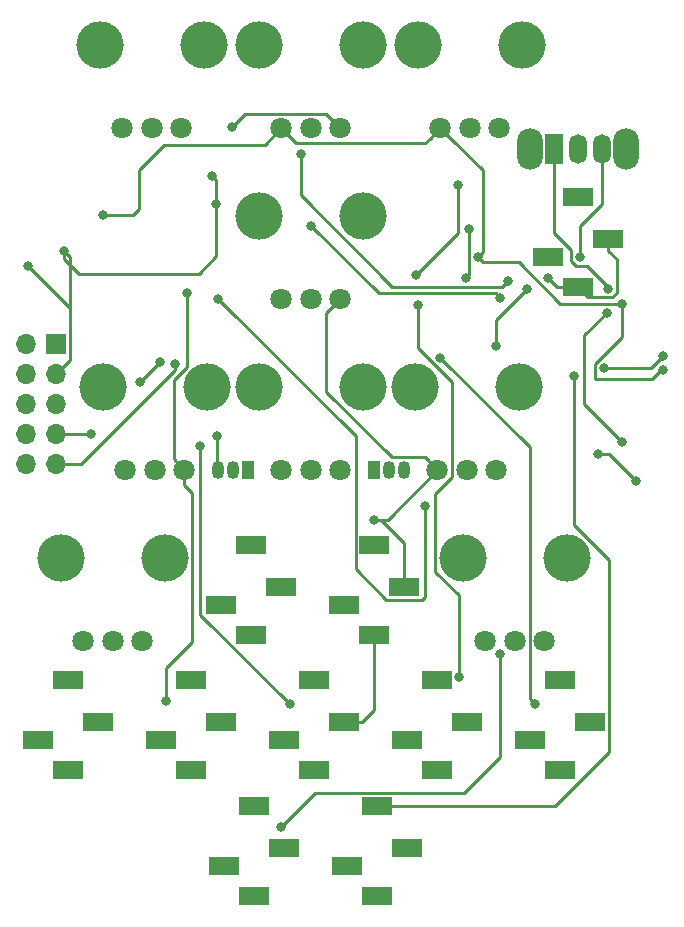
<source format=gbl>
G04 #@! TF.GenerationSoftware,KiCad,Pcbnew,(5.0.2)-1*
G04 #@! TF.CreationDate,2019-02-20T11:37:58+00:00*
G04 #@! TF.ProjectId,vco,76636f2e-6b69-4636-9164-5f7063625858,rev?*
G04 #@! TF.SameCoordinates,Original*
G04 #@! TF.FileFunction,Copper,L2,Bot*
G04 #@! TF.FilePolarity,Positive*
%FSLAX46Y46*%
G04 Gerber Fmt 4.6, Leading zero omitted, Abs format (unit mm)*
G04 Created by KiCad (PCBNEW (5.0.2)-1) date 20/02/2019 11:37:58*
%MOMM*%
%LPD*%
G01*
G04 APERTURE LIST*
G04 #@! TA.AperFunction,ComponentPad*
%ADD10R,2.500000X1.500000*%
G04 #@! TD*
G04 #@! TA.AperFunction,ComponentPad*
%ADD11R,1.700000X1.700000*%
G04 #@! TD*
G04 #@! TA.AperFunction,ComponentPad*
%ADD12O,1.700000X1.700000*%
G04 #@! TD*
G04 #@! TA.AperFunction,ComponentPad*
%ADD13R,1.050000X1.500000*%
G04 #@! TD*
G04 #@! TA.AperFunction,ComponentPad*
%ADD14O,1.050000X1.500000*%
G04 #@! TD*
G04 #@! TA.AperFunction,ComponentPad*
%ADD15R,1.500000X2.500000*%
G04 #@! TD*
G04 #@! TA.AperFunction,ComponentPad*
%ADD16O,1.500000X2.500000*%
G04 #@! TD*
G04 #@! TA.AperFunction,ComponentPad*
%ADD17O,2.200000X3.500000*%
G04 #@! TD*
G04 #@! TA.AperFunction,WasherPad*
%ADD18C,4.000000*%
G04 #@! TD*
G04 #@! TA.AperFunction,ComponentPad*
%ADD19C,1.800000*%
G04 #@! TD*
G04 #@! TA.AperFunction,ViaPad*
%ADD20C,0.800000*%
G04 #@! TD*
G04 #@! TA.AperFunction,Conductor*
%ADD21C,0.250000*%
G04 #@! TD*
G04 APERTURE END LIST*
D10*
G04 #@! TO.P,J1,T*
G04 #@! TO.N,Net-(J1-PadT)*
X140716000Y-106426000D03*
G04 #@! TO.P,J1,R*
G04 #@! TO.N,Net-(J1-PadR)*
X138176000Y-111506000D03*
G04 #@! TO.P,J1,G*
G04 #@! TO.N,GND*
X143256000Y-109982000D03*
G04 #@! TO.P,J1,S*
X140716000Y-114046000D03*
G04 #@! TD*
G04 #@! TO.P,J2,S*
G04 #@! TO.N,GND*
X130302000Y-114046000D03*
G04 #@! TO.P,J2,G*
X132842000Y-109982000D03*
G04 #@! TO.P,J2,R*
G04 #@! TO.N,Net-(J2-PadR)*
X127762000Y-111506000D03*
G04 #@! TO.P,J2,T*
G04 #@! TO.N,Net-(J2-PadT)*
X130302000Y-106426000D03*
G04 #@! TD*
G04 #@! TO.P,J3,T*
G04 #@! TO.N,VPWM*
X140970000Y-128524000D03*
G04 #@! TO.P,J3,R*
G04 #@! TO.N,Net-(J3-PadR)*
X138430000Y-133604000D03*
G04 #@! TO.P,J3,G*
G04 #@! TO.N,GND*
X143510000Y-132080000D03*
G04 #@! TO.P,J3,S*
X140970000Y-136144000D03*
G04 #@! TD*
G04 #@! TO.P,J4,T*
G04 #@! TO.N,Net-(J4-PadT)*
X130556000Y-128524000D03*
G04 #@! TO.P,J4,R*
G04 #@! TO.N,Net-(J4-PadR)*
X128016000Y-133604000D03*
G04 #@! TO.P,J4,G*
G04 #@! TO.N,GND*
X133096000Y-132080000D03*
G04 #@! TO.P,J4,S*
X130556000Y-136144000D03*
G04 #@! TD*
G04 #@! TO.P,J5,S*
G04 #@! TO.N,GND*
X157988000Y-84582000D03*
G04 #@! TO.P,J5,G*
X160528000Y-80518000D03*
G04 #@! TO.P,J5,R*
G04 #@! TO.N,Net-(J5-PadR)*
X155448000Y-82042000D03*
G04 #@! TO.P,J5,T*
G04 #@! TO.N,Net-(C5-Pad1)*
X157988000Y-76962000D03*
G04 #@! TD*
G04 #@! TO.P,J6,S*
G04 #@! TO.N,GND*
X114808000Y-125476000D03*
G04 #@! TO.P,J6,G*
X117348000Y-121412000D03*
G04 #@! TO.P,J6,R*
G04 #@! TO.N,Net-(J6-PadR)*
X112268000Y-122936000D03*
G04 #@! TO.P,J6,T*
G04 #@! TO.N,Net-(J6-PadT)*
X114808000Y-117856000D03*
G04 #@! TD*
G04 #@! TO.P,J7,T*
G04 #@! TO.N,Net-(J7-PadT)*
X125222000Y-117856000D03*
G04 #@! TO.P,J7,R*
G04 #@! TO.N,Net-(J7-PadR)*
X122682000Y-122936000D03*
G04 #@! TO.P,J7,G*
G04 #@! TO.N,GND*
X127762000Y-121412000D03*
G04 #@! TO.P,J7,S*
X125222000Y-125476000D03*
G04 #@! TD*
G04 #@! TO.P,J8,S*
G04 #@! TO.N,GND*
X135636000Y-125476000D03*
G04 #@! TO.P,J8,G*
X138176000Y-121412000D03*
G04 #@! TO.P,J8,R*
G04 #@! TO.N,Net-(J8-PadR)*
X133096000Y-122936000D03*
G04 #@! TO.P,J8,T*
G04 #@! TO.N,Net-(J8-PadT)*
X135636000Y-117856000D03*
G04 #@! TD*
G04 #@! TO.P,J9,T*
G04 #@! TO.N,Net-(J9-PadT)*
X146050000Y-117856000D03*
G04 #@! TO.P,J9,R*
G04 #@! TO.N,Net-(J9-PadR)*
X143510000Y-122936000D03*
G04 #@! TO.P,J9,G*
G04 #@! TO.N,GND*
X148590000Y-121412000D03*
G04 #@! TO.P,J9,S*
X146050000Y-125476000D03*
G04 #@! TD*
G04 #@! TO.P,J10,S*
G04 #@! TO.N,GND*
X156464000Y-125476000D03*
G04 #@! TO.P,J10,G*
X159004000Y-121412000D03*
G04 #@! TO.P,J10,R*
G04 #@! TO.N,Net-(J10-PadR)*
X153924000Y-122936000D03*
G04 #@! TO.P,J10,T*
G04 #@! TO.N,Net-(J10-PadT)*
X156464000Y-117856000D03*
G04 #@! TD*
D11*
G04 #@! TO.P,J11,1*
G04 #@! TO.N,+12V*
X113792000Y-89408000D03*
D12*
G04 #@! TO.P,J11,2*
X111252000Y-89408000D03*
G04 #@! TO.P,J11,3*
G04 #@! TO.N,GND*
X113792000Y-91948000D03*
G04 #@! TO.P,J11,4*
G04 #@! TO.N,Net-(J11-Pad4)*
X111252000Y-91948000D03*
G04 #@! TO.P,J11,5*
G04 #@! TO.N,GND*
X113792000Y-94488000D03*
G04 #@! TO.P,J11,6*
G04 #@! TO.N,Net-(J11-Pad4)*
X111252000Y-94488000D03*
G04 #@! TO.P,J11,7*
G04 #@! TO.N,GND*
X113792000Y-97028000D03*
G04 #@! TO.P,J11,8*
G04 #@! TO.N,Net-(J11-Pad4)*
X111252000Y-97028000D03*
G04 #@! TO.P,J11,9*
G04 #@! TO.N,-12V*
X113792000Y-99568000D03*
G04 #@! TO.P,J11,10*
X111252000Y-99568000D03*
G04 #@! TD*
D13*
G04 #@! TO.P,Q1,1*
G04 #@! TO.N,Net-(Q1-Pad1)*
X140716000Y-100076000D03*
D14*
G04 #@! TO.P,Q1,3*
G04 #@! TO.N,Net-(Q1-Pad3)*
X143256000Y-100076000D03*
G04 #@! TO.P,Q1,2*
G04 #@! TO.N,Net-(Q1-Pad2)*
X141986000Y-100076000D03*
G04 #@! TD*
G04 #@! TO.P,Q2,2*
G04 #@! TO.N,Net-(Q2-Pad2)*
X128778000Y-100076000D03*
G04 #@! TO.P,Q2,3*
G04 #@! TO.N,Net-(Q1-Pad3)*
X127508000Y-100076000D03*
D13*
G04 #@! TO.P,Q2,1*
G04 #@! TO.N,Net-(Q2-Pad1)*
X130048000Y-100076000D03*
G04 #@! TD*
D15*
G04 #@! TO.P,SW1,1*
G04 #@! TO.N,VSSI*
X155956000Y-72898000D03*
D16*
G04 #@! TO.P,SW1,2*
G04 #@! TO.N,Net-(C5-Pad2)*
X157956000Y-72898000D03*
G04 #@! TO.P,SW1,3*
G04 #@! TO.N,VHSI*
X159956000Y-72898000D03*
D17*
G04 #@! TO.P,SW1,*
G04 #@! TO.N,*
X153856000Y-72898000D03*
X162056000Y-72898000D03*
G04 #@! TD*
D18*
G04 #@! TO.P,RV1,*
G04 #@! TO.N,*
X130942000Y-78598000D03*
X139742000Y-78598000D03*
D19*
G04 #@! TO.P,RV1,1*
G04 #@! TO.N,VHFT*
X132842000Y-85598000D03*
G04 #@! TO.P,RV1,2*
G04 #@! TO.N,Net-(R2-Pad2)*
X135342000Y-85598000D03*
G04 #@! TO.P,RV1,3*
G04 #@! TO.N,GND*
X137842000Y-85598000D03*
G04 #@! TD*
G04 #@! TO.P,RV2,3*
G04 #@! TO.N,GND*
X121078000Y-114554000D03*
G04 #@! TO.P,RV2,2*
G04 #@! TO.N,Net-(C2-Pad1)*
X118578000Y-114554000D03*
G04 #@! TO.P,RV2,1*
G04 #@! TO.N,Net-(J2-PadT)*
X116078000Y-114554000D03*
D18*
G04 #@! TO.P,RV2,*
G04 #@! TO.N,*
X122978000Y-107554000D03*
X114178000Y-107554000D03*
G04 #@! TD*
D19*
G04 #@! TO.P,RV3,3*
G04 #@! TO.N,-12V*
X137842000Y-71120000D03*
G04 #@! TO.P,RV3,2*
G04 #@! TO.N,Net-(R6-Pad1)*
X135342000Y-71120000D03*
G04 #@! TO.P,RV3,1*
G04 #@! TO.N,+12V*
X132842000Y-71120000D03*
D18*
G04 #@! TO.P,RV3,*
G04 #@! TO.N,*
X139742000Y-64120000D03*
X130942000Y-64120000D03*
G04 #@! TD*
D19*
G04 #@! TO.P,RV4,3*
G04 #@! TO.N,-12V*
X151304000Y-71120000D03*
G04 #@! TO.P,RV4,2*
G04 #@! TO.N,Net-(R7-Pad1)*
X148804000Y-71120000D03*
G04 #@! TO.P,RV4,1*
G04 #@! TO.N,+12V*
X146304000Y-71120000D03*
D18*
G04 #@! TO.P,RV4,*
G04 #@! TO.N,*
X153204000Y-64120000D03*
X144404000Y-64120000D03*
G04 #@! TD*
G04 #@! TO.P,RV5,*
G04 #@! TO.N,*
X148214000Y-107554000D03*
X157014000Y-107554000D03*
D19*
G04 #@! TO.P,RV5,1*
G04 #@! TO.N,GND*
X150114000Y-114554000D03*
G04 #@! TO.P,RV5,2*
G04 #@! TO.N,Net-(R8-Pad1)*
X152614000Y-114554000D03*
G04 #@! TO.P,RV5,3*
G04 #@! TO.N,Net-(J1-PadT)*
X155114000Y-114554000D03*
G04 #@! TD*
D18*
G04 #@! TO.P,RV6,*
G04 #@! TO.N,*
X117480000Y-64120000D03*
X126280000Y-64120000D03*
D19*
G04 #@! TO.P,RV6,1*
G04 #@! TO.N,REE*
X119380000Y-71120000D03*
G04 #@! TO.P,RV6,2*
X121880000Y-71120000D03*
G04 #@! TO.P,RV6,3*
G04 #@! TO.N,Net-(R11-Pad2)*
X124380000Y-71120000D03*
G04 #@! TD*
G04 #@! TO.P,RV7,3*
G04 #@! TO.N,Net-(RV7-Pad3)*
X151050000Y-100076000D03*
G04 #@! TO.P,RV7,2*
G04 #@! TO.N,SAW*
X148550000Y-100076000D03*
G04 #@! TO.P,RV7,1*
G04 #@! TO.N,GND*
X146050000Y-100076000D03*
D18*
G04 #@! TO.P,RV7,*
G04 #@! TO.N,*
X152950000Y-93076000D03*
X144150000Y-93076000D03*
G04 #@! TD*
D19*
G04 #@! TO.P,RV8,3*
G04 #@! TO.N,Net-(Q1-Pad1)*
X137842000Y-100076000D03*
G04 #@! TO.P,RV8,2*
G04 #@! TO.N,Net-(R31-Pad2)*
X135342000Y-100076000D03*
G04 #@! TO.P,RV8,1*
G04 #@! TO.N,Net-(Q2-Pad1)*
X132842000Y-100076000D03*
D18*
G04 #@! TO.P,RV8,*
G04 #@! TO.N,*
X139742000Y-93076000D03*
X130942000Y-93076000D03*
G04 #@! TD*
G04 #@! TO.P,RV9,*
G04 #@! TO.N,*
X117734000Y-93076000D03*
X126534000Y-93076000D03*
D19*
G04 #@! TO.P,RV9,1*
G04 #@! TO.N,Net-(Q2-Pad2)*
X119634000Y-100076000D03*
G04 #@! TO.P,RV9,2*
G04 #@! TO.N,TRI_OUT*
X122134000Y-100076000D03*
G04 #@! TO.P,RV9,3*
X124634000Y-100076000D03*
G04 #@! TD*
D20*
G04 #@! TO.N,GND*
X116713000Y-97028000D03*
X111379000Y-82804000D03*
X114427000Y-81534000D03*
X127309653Y-77525653D03*
X127000000Y-75184000D03*
X160147000Y-91440000D03*
X165162000Y-90424000D03*
X140716000Y-104266010D03*
X155448000Y-83820000D03*
X153670000Y-84709000D03*
X151003000Y-89535000D03*
X159649990Y-98679000D03*
X162900010Y-100965000D03*
G04 #@! TO.N,Net-(C6-Pad2)*
X127508000Y-85598000D03*
X145034000Y-103124000D03*
G04 #@! TO.N,Net-(C7-Pad2)*
X148717000Y-79629000D03*
X148463000Y-83820000D03*
G04 #@! TO.N,+12V*
X149489999Y-82042000D03*
X161671000Y-85979000D03*
X117729000Y-78486000D03*
X165162000Y-91567000D03*
G04 #@! TO.N,-12V*
X128651000Y-70993000D03*
X123825000Y-91059000D03*
G04 #@! TO.N,VPWM*
X157607000Y-92075000D03*
G04 #@! TO.N,Net-(Q1-Pad3)*
X127381000Y-97155000D03*
G04 #@! TO.N,VFCI*
X151384000Y-115676010D03*
X132842000Y-130302000D03*
G04 #@! TO.N,Net-(R11-Pad2)*
X152019000Y-84074000D03*
X134493000Y-73279000D03*
G04 #@! TO.N,REE*
X135382000Y-79375000D03*
X151384000Y-85471000D03*
G04 #@! TO.N,TRI_OUT*
X124841000Y-85090000D03*
X123063000Y-119634000D03*
G04 #@! TO.N,Net-(R21-Pad2)*
X122555000Y-90932000D03*
X120904000Y-92583000D03*
X125984000Y-98044000D03*
X133604000Y-119888000D03*
G04 #@! TO.N,Net-(R28-Pad2)*
X147900002Y-117602000D03*
X144399000Y-86106000D03*
X144272000Y-83566000D03*
X147828000Y-75946000D03*
G04 #@! TO.N,Net-(R29-Pad2)*
X146304000Y-90551000D03*
X154305000Y-119888000D03*
G04 #@! TO.N,VSSI*
X160528000Y-84709000D03*
X160401000Y-86741000D03*
X161671000Y-97663000D03*
G04 #@! TO.N,VHSI*
X158115000Y-82042000D03*
G04 #@! TD*
D21*
G04 #@! TO.N,GND*
X145150001Y-99176001D02*
X146050000Y-100076000D01*
X144974990Y-99000990D02*
X145150001Y-99176001D01*
X142225988Y-99000990D02*
X144974990Y-99000990D01*
X136652000Y-93427002D02*
X142225988Y-99000990D01*
X136652000Y-86788000D02*
X136652000Y-93427002D01*
X137842000Y-85598000D02*
X136652000Y-86788000D01*
X113792000Y-97028000D02*
X116713000Y-97028000D01*
X114967001Y-86392001D02*
X111379000Y-82804000D01*
X113792000Y-91948000D02*
X114967001Y-90772999D01*
X114967001Y-90772999D02*
X114967001Y-86392001D01*
X114967001Y-86392001D02*
X114967001Y-82074001D01*
X114967001Y-82074001D02*
X114427000Y-81534000D01*
X114427000Y-81534000D02*
X114427000Y-82169000D01*
X114427000Y-82169000D02*
X115697000Y-83439000D01*
X115697000Y-83439000D02*
X125857000Y-83439000D01*
X125857000Y-83439000D02*
X127309653Y-81986347D01*
X127309653Y-81986347D02*
X127309653Y-77525653D01*
X127309653Y-77525653D02*
X127309653Y-75493653D01*
X127309653Y-75493653D02*
X127000000Y-75184000D01*
X160147000Y-91440000D02*
X164146000Y-91440000D01*
X164146000Y-91440000D02*
X165162000Y-90424000D01*
X158840001Y-85434001D02*
X157988000Y-84582000D01*
X160876001Y-85434001D02*
X158840001Y-85434001D01*
X161253001Y-85057001D02*
X160876001Y-85434001D01*
X161253001Y-82243001D02*
X161253001Y-85057001D01*
X160528000Y-81518000D02*
X161253001Y-82243001D01*
X160528000Y-80518000D02*
X160528000Y-81518000D01*
X140716000Y-115046000D02*
X140716000Y-114046000D01*
X140716000Y-120372000D02*
X140716000Y-115046000D01*
X139676000Y-121412000D02*
X140716000Y-120372000D01*
X138176000Y-121412000D02*
X139676000Y-121412000D01*
X146050000Y-100076000D02*
X141859990Y-104266010D01*
X141859990Y-104266010D02*
X140716000Y-104266010D01*
X143256000Y-108982000D02*
X143256000Y-109982000D01*
X143256000Y-106240325D02*
X143256000Y-108982000D01*
X141281685Y-104266010D02*
X143256000Y-106240325D01*
X140716000Y-104266010D02*
X141281685Y-104266010D01*
X157988000Y-84582000D02*
X156210000Y-84582000D01*
X156210000Y-84582000D02*
X155448000Y-83820000D01*
X153670000Y-84709000D02*
X151003000Y-87376000D01*
X151003000Y-87376000D02*
X151003000Y-89535000D01*
X159649990Y-98679000D02*
X160614010Y-98679000D01*
X160614010Y-98679000D02*
X162900010Y-100965000D01*
G04 #@! TO.N,Net-(C6-Pad2)*
X139140999Y-97230999D02*
X139140999Y-108452001D01*
X127508000Y-85598000D02*
X139140999Y-97230999D01*
X139140999Y-108452001D02*
X141745999Y-111057001D01*
X141745999Y-111057001D02*
X144766001Y-111057001D01*
X144766001Y-111057001D02*
X145034000Y-110789002D01*
X145034000Y-110789002D02*
X145034000Y-103124000D01*
G04 #@! TO.N,Net-(C7-Pad2)*
X148717000Y-79629000D02*
X148717000Y-83566000D01*
X148717000Y-83566000D02*
X148463000Y-83820000D01*
G04 #@! TO.N,+12V*
X145404001Y-72019999D02*
X146304000Y-71120000D01*
X145034000Y-72390000D02*
X145404001Y-72019999D01*
X134112000Y-72390000D02*
X145034000Y-72390000D01*
X132842000Y-71120000D02*
X134112000Y-72390000D01*
X149889998Y-82441999D02*
X152926999Y-82441999D01*
X149489999Y-82042000D02*
X149889998Y-82441999D01*
X152926999Y-82441999D02*
X156464000Y-85979000D01*
X156464000Y-85979000D02*
X161671000Y-85979000D01*
X117729000Y-78486000D02*
X120269000Y-78486000D01*
X120269000Y-78486000D02*
X120777000Y-77978000D01*
X120777000Y-77978000D02*
X120777000Y-74676000D01*
X120777000Y-74676000D02*
X122936000Y-72517000D01*
X131445000Y-72517000D02*
X132842000Y-71120000D01*
X122936000Y-72517000D02*
X131445000Y-72517000D01*
X147203999Y-72019999D02*
X146304000Y-71120000D01*
X149889998Y-74705998D02*
X147203999Y-72019999D01*
X149889998Y-81642001D02*
X149889998Y-74705998D01*
X149489999Y-82042000D02*
X149889998Y-81642001D01*
X159421999Y-91091999D02*
X159421999Y-92365999D01*
X161671000Y-85979000D02*
X161671000Y-88842998D01*
X161671000Y-88842998D02*
X159421999Y-91091999D01*
X165018991Y-91567000D02*
X165162000Y-91567000D01*
X159421999Y-92365999D02*
X164219992Y-92365999D01*
X164219992Y-92365999D02*
X165018991Y-91567000D01*
G04 #@! TO.N,-12V*
X129749001Y-69894999D02*
X128651000Y-70993000D01*
X137842000Y-71120000D02*
X136616999Y-69894999D01*
X136616999Y-69894999D02*
X129749001Y-69894999D01*
X114994081Y-99568000D02*
X113792000Y-99568000D01*
X115881685Y-99568000D02*
X114994081Y-99568000D01*
X123825000Y-91624685D02*
X115881685Y-99568000D01*
X123825000Y-91059000D02*
X123825000Y-91624685D01*
G04 #@! TO.N,VPWM*
X142470000Y-128524000D02*
X140970000Y-128524000D01*
X156001002Y-128524000D02*
X142470000Y-128524000D01*
X160579001Y-123946001D02*
X156001002Y-128524000D01*
X160579001Y-107677999D02*
X160579001Y-123946001D01*
X157607000Y-104705998D02*
X160579001Y-107677999D01*
X157607000Y-92075000D02*
X157607000Y-104705998D01*
G04 #@! TO.N,Net-(Q1-Pad3)*
X127381000Y-99949000D02*
X127508000Y-100076000D01*
X127381000Y-97155000D02*
X127381000Y-99949000D01*
G04 #@! TO.N,VFCI*
X151384000Y-115676010D02*
X151384000Y-124333000D01*
X135695001Y-127448999D02*
X132842000Y-130302000D01*
X151384000Y-124333000D02*
X148268001Y-127448999D01*
X148268001Y-127448999D02*
X135695001Y-127448999D01*
G04 #@! TO.N,Net-(R11-Pad2)*
X134493000Y-76790002D02*
X134493000Y-73279000D01*
X142247999Y-84545001D02*
X134493000Y-76790002D01*
X152019000Y-84074000D02*
X151547999Y-84545001D01*
X151547999Y-84545001D02*
X142247999Y-84545001D01*
G04 #@! TO.N,REE*
X135382000Y-79375000D02*
X141097000Y-85090000D01*
X141097000Y-85090000D02*
X151003000Y-85090000D01*
X151003000Y-85090000D02*
X151384000Y-85471000D01*
G04 #@! TO.N,TRI_OUT*
X124841000Y-91327998D02*
X124841000Y-85090000D01*
X123734001Y-92434997D02*
X124841000Y-91327998D01*
X124634000Y-100076000D02*
X123734001Y-99176001D01*
X123734001Y-99176001D02*
X123734001Y-92434997D01*
X125303001Y-102017793D02*
X125303001Y-114599999D01*
X124634000Y-100076000D02*
X124634000Y-101348792D01*
X124634000Y-101348792D02*
X125303001Y-102017793D01*
X125303001Y-114599999D02*
X123063000Y-116840000D01*
X123063000Y-116840000D02*
X123063000Y-119634000D01*
G04 #@! TO.N,Net-(R21-Pad2)*
X122555000Y-90932000D02*
X120904000Y-92583000D01*
X133558998Y-119888000D02*
X133604000Y-119888000D01*
X125984000Y-98044000D02*
X125984000Y-112313002D01*
X125984000Y-112313002D02*
X133558998Y-119888000D01*
G04 #@! TO.N,Net-(R28-Pad2)*
X144399000Y-89719002D02*
X144399000Y-86106000D01*
X147900002Y-110681004D02*
X145888999Y-108670001D01*
X147900002Y-117602000D02*
X147900002Y-110681004D01*
X145888999Y-108670001D02*
X145888999Y-102100001D01*
X145888999Y-102100001D02*
X147324999Y-100664001D01*
X147324999Y-100664001D02*
X147324999Y-92645001D01*
X147324999Y-92645001D02*
X144399000Y-89719002D01*
X144272000Y-83566000D02*
X147828000Y-80010000D01*
X147828000Y-80010000D02*
X147828000Y-75946000D01*
G04 #@! TO.N,Net-(R29-Pad2)*
X153888999Y-119471999D02*
X154305000Y-119888000D01*
X146304000Y-90551000D02*
X153888999Y-98135999D01*
X153888999Y-98135999D02*
X153888999Y-119471999D01*
G04 #@! TO.N,VSSI*
X160528000Y-84536998D02*
X160528000Y-84709000D01*
X155956000Y-80010000D02*
X157389999Y-81443999D01*
X155956000Y-72898000D02*
X155956000Y-80010000D01*
X157389999Y-81443999D02*
X157389999Y-82390001D01*
X157389999Y-82390001D02*
X157766999Y-82767001D01*
X157766999Y-82767001D02*
X158758003Y-82767001D01*
X158758003Y-82767001D02*
X160528000Y-84536998D01*
X158496000Y-94488000D02*
X161671000Y-97663000D01*
X160401000Y-86741000D02*
X158496000Y-88646000D01*
X158496000Y-88646000D02*
X158496000Y-94488000D01*
G04 #@! TO.N,VHSI*
X159956000Y-74398000D02*
X159956000Y-72898000D01*
X159956000Y-77579002D02*
X159956000Y-74398000D01*
X158115000Y-79420002D02*
X159956000Y-77579002D01*
X158115000Y-82042000D02*
X158115000Y-79420002D01*
G04 #@! TD*
M02*

</source>
